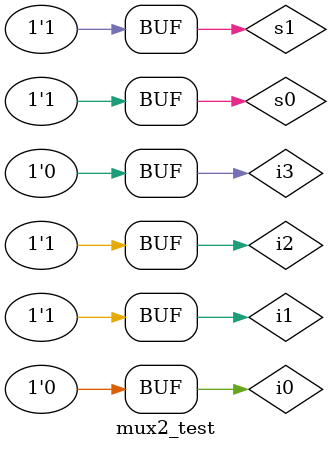
<source format=v>
`timescale 1ns / 1ps


module mux2_test;

	// Inputs
	reg i0;
	reg i1;
	reg i2;
	reg i3;
	reg s0;
	reg s1;

	// Outputs
	wire out;

	// Instantiate the Unit Under Test (UUT)
	mux2 uut (
		.i0(i0), 
		.i1(i1), 
		.i2(i2), 
		.i3(i3), 
		.s0(s0), 
		.s1(s1), 
		.out(out)
	);

	initial begin
		// Initialize Inputs
		i0 = 0;
		i1 = 1;
		i2 = 1;
		i3 = 0;
		s0 = 0;
		s1 = 0;

		// Wait 100 ns for global reset to finish
		#100;
		
		i0 = 0;
		i1 = 1;
		i2 = 1;
		i3 = 0;
		s0 = 0;
		s1 = 1;

		// Wait 100 ns for global reset to finish
		#100;
		
		i0 = 0;
		i1 = 1;
		i2 = 1;
		i3 = 0;
		s0 = 1;
		s1 = 0;

		// Wait 100 ns for global reset to finish
		#100;
		
		i0 = 0;
		i1 = 1;
		i2 = 1;
		i3 = 0;
		s0 = 1;
		s1 = 1;

		// Wait 100 ns for global reset to finish
		#100;
        
		// Add stimulus here

	end
      
endmodule


</source>
